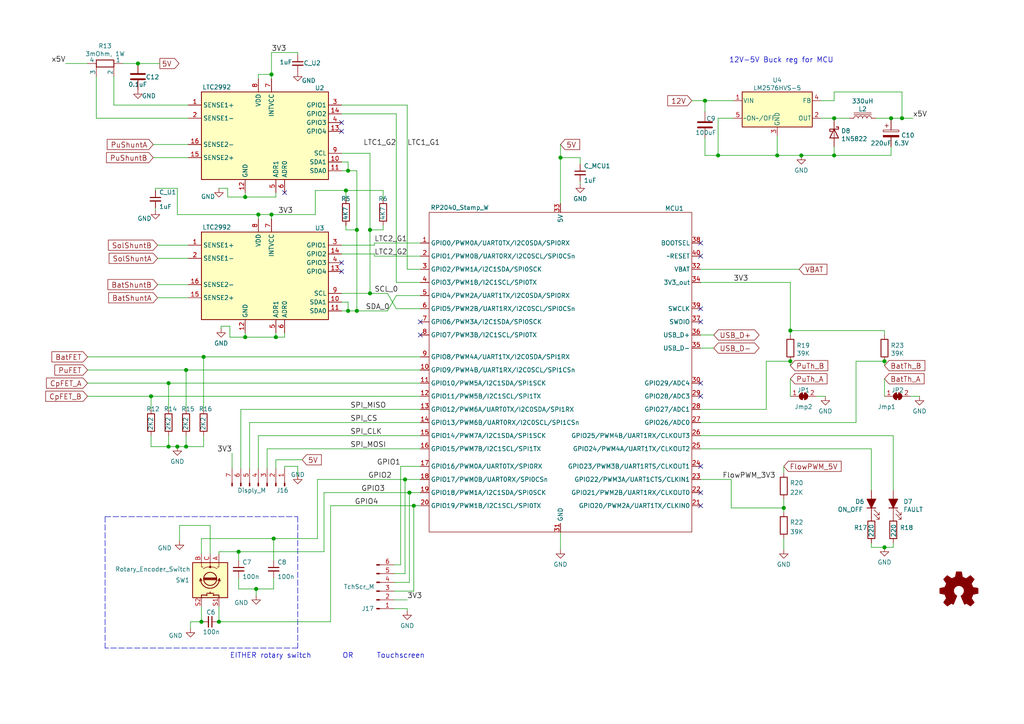
<source format=kicad_sch>
(kicad_sch (version 20210621) (generator eeschema)
  (paper "A4")
  (title_block (title "Solar Pump Controller") (date "2021-07-07") (rev "1.2") (company "IvimeyCom") (comment 1 "Design for Solar Panel driving 12V, 70W water pump with MCU monitoring") (comment 2 "B. Microcontroller, Power monitor & Display"))
  (junction (at 40.005 18.415) (diameter 1.016))
  (junction (at 43.815 114.935) (diameter 1.016))
  (junction (at 48.895 111.125) (diameter 1.016))
  (junction (at 48.895 129.54) (diameter 1.016))
  (junction (at 51.435 129.54) (diameter 1.016))
  (junction (at 53.975 107.315) (diameter 1.016))
  (junction (at 53.975 129.54) (diameter 1.016))
  (junction (at 58.42 180.34) (diameter 1.016))
  (junction (at 59.055 103.505) (diameter 1.016))
  (junction (at 63.5 180.34) (diameter 1.016))
  (junction (at 69.215 160.02) (diameter 1.016))
  (junction (at 71.12 57.15) (diameter 1.016))
  (junction (at 71.12 97.79) (diameter 1.016))
  (junction (at 74.295 170.815) (diameter 1.016))
  (junction (at 74.93 62.23) (diameter 1.016))
  (junction (at 78.74 21.59) (diameter 1.016))
  (junction (at 78.74 62.23) (diameter 1.016))
  (junction (at 79.375 156.21) (diameter 1.016))
  (junction (at 80.01 97.79) (diameter 1.016))
  (junction (at 100.33 55.245) (diameter 1.016))
  (junction (at 100.965 49.53) (diameter 1.016))
  (junction (at 100.965 90.17) (diameter 1.016))
  (junction (at 103.505 66.675) (diameter 1.016))
  (junction (at 103.505 90.17) (diameter 1.016))
  (junction (at 107.315 66.675) (diameter 1.016))
  (junction (at 107.315 85.09) (diameter 1.016))
  (junction (at 117.475 139.065) (diameter 1.016))
  (junction (at 118.745 142.875) (diameter 1.016))
  (junction (at 120.015 146.685) (diameter 1.016))
  (junction (at 162.56 45.72) (diameter 1.016))
  (junction (at 204.47 29.21) (diameter 1.016))
  (junction (at 208.28 45.085) (diameter 1.016))
  (junction (at 225.425 45.085) (diameter 1.016))
  (junction (at 227.33 147.32) (diameter 1.016))
  (junction (at 229.235 95.885) (diameter 1.016))
  (junction (at 229.235 104.775) (diameter 1.016))
  (junction (at 232.41 45.085) (diameter 1.016))
  (junction (at 241.935 34.29) (diameter 1.016))
  (junction (at 241.935 45.085) (diameter 1.016))
  (junction (at 256.54 104.775) (diameter 1.016))
  (junction (at 256.54 158.75) (diameter 1.016))
  (junction (at 258.445 34.29) (diameter 1.016))
  (junction (at 261.62 34.29) (diameter 1.016))
  (no_connect (at 82.55 55.88))
  (no_connect (at 99.06 35.56))
  (no_connect (at 99.06 38.1))
  (no_connect (at 99.06 76.2))
  (no_connect (at 99.06 78.74))
  (no_connect (at 121.92 93.345))
  (no_connect (at 121.92 97.155))
  (no_connect (at 203.2 70.485))
  (no_connect (at 203.2 74.295))
  (no_connect (at 203.2 89.535))
  (no_connect (at 203.2 93.345))
  (no_connect (at 203.2 111.125))
  (no_connect (at 203.2 114.935))
  (no_connect (at 203.2 135.255))
  (no_connect (at 203.2 142.875))
  (no_connect (at 203.2 146.685))
  (wire (pts (xy 19.05 18.415) (xy 25.4 18.415)))
  (wire (pts (xy 25.4 103.505) (xy 59.055 103.505)))
  (wire (pts (xy 25.4 107.315) (xy 53.975 107.315)))
  (wire (pts (xy 25.4 111.125) (xy 48.895 111.125)))
  (wire (pts (xy 25.4 114.935) (xy 43.815 114.935)))
  (wire (pts (xy 27.94 22.225) (xy 27.94 34.29)))
  (wire (pts (xy 27.94 34.29) (xy 54.61 34.29)))
  (wire (pts (xy 33.02 22.225) (xy 33.02 30.48)))
  (wire (pts (xy 33.02 30.48) (xy 54.61 30.48)))
  (wire (pts (xy 35.56 18.415) (xy 40.005 18.415)))
  (wire (pts (xy 40.005 18.415) (xy 46.355 18.415)))
  (wire (pts (xy 43.815 114.935) (xy 121.92 114.935)))
  (wire (pts (xy 43.815 118.745) (xy 43.815 114.935)))
  (wire (pts (xy 43.815 126.365) (xy 43.815 129.54)))
  (wire (pts (xy 43.815 129.54) (xy 48.895 129.54)))
  (wire (pts (xy 44.45 41.91) (xy 54.61 41.91)))
  (wire (pts (xy 44.45 45.72) (xy 54.61 45.72)))
  (wire (pts (xy 45.085 54.61) (xy 51.435 54.61)))
  (wire (pts (xy 45.085 55.245) (xy 45.085 54.61)))
  (wire (pts (xy 45.085 60.325) (xy 45.085 60.96)))
  (wire (pts (xy 45.72 71.12) (xy 54.61 71.12)))
  (wire (pts (xy 45.72 74.93) (xy 54.61 74.93)))
  (wire (pts (xy 45.72 82.55) (xy 54.61 82.55)))
  (wire (pts (xy 45.72 86.36) (xy 54.61 86.36)))
  (wire (pts (xy 48.895 111.125) (xy 48.895 118.745)))
  (wire (pts (xy 48.895 111.125) (xy 121.92 111.125)))
  (wire (pts (xy 48.895 126.365) (xy 48.895 129.54)))
  (wire (pts (xy 48.895 129.54) (xy 51.435 129.54)))
  (wire (pts (xy 51.435 54.61) (xy 51.435 62.23)))
  (wire (pts (xy 51.435 62.23) (xy 74.93 62.23)))
  (wire (pts (xy 51.435 129.54) (xy 53.975 129.54)))
  (wire (pts (xy 52.07 152.4) (xy 52.07 156.845)))
  (wire (pts (xy 52.07 152.4) (xy 60.96 152.4)))
  (wire (pts (xy 53.975 107.315) (xy 53.975 118.745)))
  (wire (pts (xy 53.975 107.315) (xy 121.92 107.315)))
  (wire (pts (xy 53.975 126.365) (xy 53.975 129.54)))
  (wire (pts (xy 53.975 129.54) (xy 59.055 129.54)))
  (wire (pts (xy 55.245 180.34) (xy 55.245 182.245)))
  (wire (pts (xy 58.42 156.21) (xy 58.42 160.655)))
  (wire (pts (xy 58.42 175.895) (xy 58.42 180.34)))
  (wire (pts (xy 58.42 180.34) (xy 55.245 180.34)))
  (wire (pts (xy 59.055 103.505) (xy 59.055 118.745)))
  (wire (pts (xy 59.055 103.505) (xy 121.92 103.505)))
  (wire (pts (xy 59.055 126.365) (xy 59.055 129.54)))
  (wire (pts (xy 60.96 152.4) (xy 60.96 160.655)))
  (wire (pts (xy 63.5 54.61) (xy 66.04 54.61)))
  (wire (pts (xy 63.5 160.02) (xy 69.215 160.02)))
  (wire (pts (xy 63.5 160.655) (xy 63.5 160.02)))
  (wire (pts (xy 63.5 175.895) (xy 63.5 180.34)))
  (wire (pts (xy 63.5 180.34) (xy 95.885 180.34)))
  (wire (pts (xy 64.135 94.615) (xy 64.135 95.25)))
  (wire (pts (xy 64.135 94.615) (xy 66.675 94.615)))
  (wire (pts (xy 66.04 54.61) (xy 66.04 57.15)))
  (wire (pts (xy 66.04 57.15) (xy 71.12 57.15)))
  (wire (pts (xy 66.675 94.615) (xy 66.675 97.79)))
  (wire (pts (xy 66.675 97.79) (xy 71.12 97.79)))
  (wire (pts (xy 67.31 131.445) (xy 67.31 135.89)))
  (wire (pts (xy 69.215 160.02) (xy 69.215 162.56)))
  (wire (pts (xy 69.215 160.02) (xy 93.98 160.02)))
  (wire (pts (xy 69.215 167.64) (xy 69.215 170.815)))
  (wire (pts (xy 69.215 170.815) (xy 74.295 170.815)))
  (wire (pts (xy 69.85 118.745) (xy 121.92 118.745)))
  (wire (pts (xy 69.85 135.89) (xy 69.85 118.745)))
  (wire (pts (xy 71.12 57.15) (xy 71.12 55.88)))
  (wire (pts (xy 71.12 57.15) (xy 80.01 57.15)))
  (wire (pts (xy 71.12 97.79) (xy 71.12 96.52)))
  (wire (pts (xy 71.12 97.79) (xy 80.01 97.79)))
  (wire (pts (xy 72.39 122.555) (xy 121.92 122.555)))
  (wire (pts (xy 72.39 135.89) (xy 72.39 122.555)))
  (wire (pts (xy 74.295 170.815) (xy 74.295 172.72)))
  (wire (pts (xy 74.295 170.815) (xy 79.375 170.815)))
  (wire (pts (xy 74.93 21.59) (xy 74.93 22.86)))
  (wire (pts (xy 74.93 21.59) (xy 78.74 21.59)))
  (wire (pts (xy 74.93 62.23) (xy 74.93 63.5)))
  (wire (pts (xy 74.93 126.365) (xy 74.93 135.89)))
  (wire (pts (xy 74.93 126.365) (xy 121.92 126.365)))
  (wire (pts (xy 77.47 130.175) (xy 77.47 135.89)))
  (wire (pts (xy 77.47 130.175) (xy 121.92 130.175)))
  (wire (pts (xy 78.74 15.24) (xy 78.74 21.59)))
  (wire (pts (xy 78.74 15.24) (xy 86.36 15.24)))
  (wire (pts (xy 78.74 21.59) (xy 78.74 22.86)))
  (wire (pts (xy 78.74 62.23) (xy 74.93 62.23)))
  (wire (pts (xy 78.74 62.23) (xy 91.44 62.23)))
  (wire (pts (xy 78.74 63.5) (xy 78.74 62.23)))
  (wire (pts (xy 79.375 156.21) (xy 58.42 156.21)))
  (wire (pts (xy 79.375 156.21) (xy 79.375 162.56)))
  (wire (pts (xy 79.375 156.21) (xy 92.075 156.21)))
  (wire (pts (xy 79.375 167.64) (xy 79.375 170.815)))
  (wire (pts (xy 80.01 57.15) (xy 80.01 55.88)))
  (wire (pts (xy 80.01 97.79) (xy 80.01 96.52)))
  (wire (pts (xy 80.01 97.79) (xy 82.55 97.79)))
  (wire (pts (xy 80.01 133.35) (xy 87.63 133.35)))
  (wire (pts (xy 80.01 135.89) (xy 80.01 133.35)))
  (wire (pts (xy 82.55 97.79) (xy 82.55 96.52)))
  (wire (pts (xy 82.55 135.255) (xy 82.55 135.89)))
  (wire (pts (xy 86.36 15.24) (xy 86.36 15.875)))
  (wire (pts (xy 86.36 135.255) (xy 82.55 135.255)))
  (wire (pts (xy 86.36 135.255) (xy 86.36 137.795)))
  (wire (pts (xy 91.44 55.245) (xy 91.44 62.23)))
  (wire (pts (xy 92.075 139.065) (xy 92.075 156.21)))
  (wire (pts (xy 93.98 142.875) (xy 118.745 142.875)))
  (wire (pts (xy 93.98 160.02) (xy 93.98 142.875)))
  (wire (pts (xy 95.885 146.685) (xy 120.015 146.685)))
  (wire (pts (xy 95.885 180.34) (xy 95.885 146.685)))
  (wire (pts (xy 99.06 33.02) (xy 114.935 33.02)))
  (wire (pts (xy 99.06 44.45) (xy 107.315 44.45)))
  (wire (pts (xy 99.06 46.99) (xy 100.965 46.99)))
  (wire (pts (xy 99.06 49.53) (xy 100.965 49.53)))
  (wire (pts (xy 99.06 71.12) (xy 108.585 71.12)))
  (wire (pts (xy 99.06 73.66) (xy 108.585 73.66)))
  (wire (pts (xy 99.06 85.09) (xy 107.315 85.09)))
  (wire (pts (xy 99.06 87.63) (xy 100.965 87.63)))
  (wire (pts (xy 99.06 90.17) (xy 100.965 90.17)))
  (wire (pts (xy 100.33 55.245) (xy 91.44 55.245)))
  (wire (pts (xy 100.33 55.245) (xy 100.33 57.785)))
  (wire (pts (xy 100.33 55.245) (xy 111.125 55.245)))
  (wire (pts (xy 100.33 65.405) (xy 100.33 66.675)))
  (wire (pts (xy 100.33 66.675) (xy 103.505 66.675)))
  (wire (pts (xy 100.965 46.99) (xy 100.965 49.53)))
  (wire (pts (xy 100.965 49.53) (xy 103.505 49.53)))
  (wire (pts (xy 100.965 87.63) (xy 100.965 90.17)))
  (wire (pts (xy 100.965 90.17) (xy 103.505 90.17)))
  (wire (pts (xy 103.505 49.53) (xy 103.505 66.675)))
  (wire (pts (xy 103.505 66.675) (xy 103.505 90.17)))
  (wire (pts (xy 103.505 90.17) (xy 112.395 90.17)))
  (wire (pts (xy 107.315 44.45) (xy 107.315 66.675)))
  (wire (pts (xy 107.315 66.675) (xy 107.315 85.09)))
  (wire (pts (xy 108.585 70.485) (xy 121.92 70.485)))
  (wire (pts (xy 108.585 71.12) (xy 108.585 70.485)))
  (wire (pts (xy 108.585 73.66) (xy 108.585 74.295)))
  (wire (pts (xy 108.585 74.295) (xy 121.92 74.295)))
  (wire (pts (xy 111.125 55.245) (xy 111.125 57.785)))
  (wire (pts (xy 111.125 65.405) (xy 111.125 66.675)))
  (wire (pts (xy 111.125 66.675) (xy 107.315 66.675)))
  (wire (pts (xy 112.395 85.09) (xy 107.315 85.09)))
  (wire (pts (xy 112.395 85.09) (xy 114.935 89.535)))
  (wire (pts (xy 112.395 90.17) (xy 114.935 85.725)))
  (wire (pts (xy 114.3 166.37) (xy 117.475 166.37)))
  (wire (pts (xy 114.3 168.91) (xy 118.745 168.91)))
  (wire (pts (xy 114.3 171.45) (xy 120.015 171.45)))
  (wire (pts (xy 114.3 173.99) (xy 118.11 173.99)))
  (wire (pts (xy 114.3 176.53) (xy 118.11 176.53)))
  (wire (pts (xy 114.935 33.02) (xy 114.935 81.915)))
  (wire (pts (xy 114.935 81.915) (xy 121.92 81.915)))
  (wire (pts (xy 114.935 85.725) (xy 121.92 85.725)))
  (wire (pts (xy 114.935 89.535) (xy 121.92 89.535)))
  (wire (pts (xy 116.205 135.255) (xy 116.205 163.83)))
  (wire (pts (xy 116.205 163.83) (xy 114.3 163.83)))
  (wire (pts (xy 117.475 139.065) (xy 92.075 139.065)))
  (wire (pts (xy 117.475 166.37) (xy 117.475 139.065)))
  (wire (pts (xy 118.11 30.48) (xy 99.06 30.48)))
  (wire (pts (xy 118.11 30.48) (xy 118.11 78.105)))
  (wire (pts (xy 118.11 78.105) (xy 121.92 78.105)))
  (wire (pts (xy 118.11 176.53) (xy 118.11 177.165)))
  (wire (pts (xy 118.745 142.875) (xy 121.92 142.875)))
  (wire (pts (xy 118.745 168.91) (xy 118.745 142.875)))
  (wire (pts (xy 120.015 146.685) (xy 121.92 146.685)))
  (wire (pts (xy 120.015 171.45) (xy 120.015 146.685)))
  (wire (pts (xy 121.92 135.255) (xy 116.205 135.255)))
  (wire (pts (xy 121.92 139.065) (xy 117.475 139.065)))
  (wire (pts (xy 162.56 41.91) (xy 162.56 45.72)))
  (wire (pts (xy 162.56 45.72) (xy 162.56 59.055)))
  (wire (pts (xy 162.56 45.72) (xy 168.275 45.72)))
  (wire (pts (xy 162.56 154.305) (xy 162.56 159.385)))
  (wire (pts (xy 168.275 45.72) (xy 168.275 47.625)))
  (wire (pts (xy 168.275 52.705) (xy 168.275 53.34)))
  (wire (pts (xy 203.2 78.105) (xy 231.775 78.105)))
  (wire (pts (xy 203.2 81.915) (xy 229.235 81.915)))
  (wire (pts (xy 203.2 97.155) (xy 207.01 97.155)))
  (wire (pts (xy 203.2 100.965) (xy 207.01 100.965)))
  (wire (pts (xy 203.2 118.745) (xy 222.25 118.745)))
  (wire (pts (xy 203.2 130.175) (xy 252.73 130.175)))
  (wire (pts (xy 203.2 139.065) (xy 212.09 139.065)))
  (wire (pts (xy 204.47 29.21) (xy 200.66 29.21)))
  (wire (pts (xy 204.47 32.385) (xy 204.47 29.21)))
  (wire (pts (xy 204.47 40.005) (xy 204.47 45.085)))
  (wire (pts (xy 204.47 45.085) (xy 208.28 45.085)))
  (wire (pts (xy 208.28 34.29) (xy 208.28 45.085)))
  (wire (pts (xy 208.28 45.085) (xy 225.425 45.085)))
  (wire (pts (xy 212.09 139.065) (xy 212.09 147.32)))
  (wire (pts (xy 212.09 147.32) (xy 227.33 147.32)))
  (wire (pts (xy 212.725 29.21) (xy 204.47 29.21)))
  (wire (pts (xy 212.725 34.29) (xy 208.28 34.29)))
  (wire (pts (xy 222.25 104.775) (xy 229.235 104.775)))
  (wire (pts (xy 222.25 118.745) (xy 222.25 104.775)))
  (wire (pts (xy 225.425 39.37) (xy 225.425 45.085)))
  (wire (pts (xy 225.425 45.085) (xy 232.41 45.085)))
  (wire (pts (xy 227.33 135.255) (xy 227.33 137.16)))
  (wire (pts (xy 227.33 144.78) (xy 227.33 147.32)))
  (wire (pts (xy 227.33 147.32) (xy 227.33 148.59)))
  (wire (pts (xy 227.33 156.21) (xy 227.33 159.385)))
  (wire (pts (xy 229.235 81.915) (xy 229.235 95.885)))
  (wire (pts (xy 229.235 95.885) (xy 229.235 97.155)))
  (wire (pts (xy 229.235 104.775) (xy 229.235 106.045)))
  (wire (pts (xy 229.235 109.855) (xy 229.235 114.935)))
  (wire (pts (xy 232.41 45.085) (xy 241.935 45.085)))
  (wire (pts (xy 236.855 114.935) (xy 239.395 114.935)))
  (wire (pts (xy 238.125 34.29) (xy 241.935 34.29)))
  (wire (pts (xy 241.935 26.67) (xy 241.935 29.21)))
  (wire (pts (xy 241.935 26.67) (xy 261.62 26.67)))
  (wire (pts (xy 241.935 29.21) (xy 238.125 29.21)))
  (wire (pts (xy 241.935 34.29) (xy 241.935 34.925)))
  (wire (pts (xy 241.935 34.29) (xy 246.38 34.29)))
  (wire (pts (xy 241.935 42.545) (xy 241.935 45.085)))
  (wire (pts (xy 241.935 45.085) (xy 258.445 45.085)))
  (wire (pts (xy 248.285 104.775) (xy 248.285 122.555)))
  (wire (pts (xy 248.285 122.555) (xy 203.2 122.555)))
  (wire (pts (xy 252.73 130.175) (xy 252.73 142.24)))
  (wire (pts (xy 252.73 157.48) (xy 252.73 158.75)))
  (wire (pts (xy 252.73 158.75) (xy 256.54 158.75)))
  (wire (pts (xy 254 34.29) (xy 258.445 34.29)))
  (wire (pts (xy 256.54 95.885) (xy 229.235 95.885)))
  (wire (pts (xy 256.54 97.155) (xy 256.54 95.885)))
  (wire (pts (xy 256.54 104.775) (xy 248.285 104.775)))
  (wire (pts (xy 256.54 104.775) (xy 256.54 106.045)))
  (wire (pts (xy 256.54 109.855) (xy 256.54 114.935)))
  (wire (pts (xy 256.54 158.75) (xy 259.08 158.75)))
  (wire (pts (xy 258.445 34.29) (xy 261.62 34.29)))
  (wire (pts (xy 258.445 34.925) (xy 258.445 34.29)))
  (wire (pts (xy 258.445 42.545) (xy 258.445 45.085)))
  (wire (pts (xy 259.08 126.365) (xy 203.2 126.365)))
  (wire (pts (xy 259.08 126.365) (xy 259.08 142.24)))
  (wire (pts (xy 259.08 158.75) (xy 259.08 157.48)))
  (wire (pts (xy 261.62 26.67) (xy 261.62 34.29)))
  (wire (pts (xy 261.62 34.29) (xy 264.795 34.29)))
  (wire (pts (xy 264.16 114.935) (xy 266.7 114.935)))
  (polyline (pts (xy 30.48 149.86) (xy 30.48 187.96)) (stroke (width 0) (type dash)))
  (polyline (pts (xy 30.48 149.86) (xy 86.36 149.86)) (stroke (width 0) (type dash)))
  (polyline (pts (xy 86.36 149.86) (xy 86.36 187.96)) (stroke (width 0) (type dash)))
  (polyline (pts (xy 86.36 187.96) (xy 30.48 187.96)) (stroke (width 0) (type dash)))
  (text "EITHER rotary switch        OR      Touchscreen" (at 66.675 191.135 0) (effects (font (size 1.4986 1.4986)) (justify left bottom)))
  (text "12V-5V Buck reg for MCU" (at 211.455 18.415 0) (effects (font (size 1.4986 1.4986)) (justify left bottom)))
  (label "x5V" (at 19.05 18.415 180) (effects (font (size 1.4986 1.4986))))
  (label "3V3" (at 67.31 131.445 180) (effects (font (size 1.4986 1.4986))))
  (label "3V3" (at 78.74 15.24 0) (effects (font (size 1.4986 1.4986))))
  (label "3V3" (at 80.645 62.23 0) (effects (font (size 1.4986 1.4986))))
  (label "SPI_MISO" (at 101.6 118.745 0) (effects (font (size 1.4986 1.4986))))
  (label "SPI_CS" (at 101.6 122.555 0) (effects (font (size 1.4986 1.4986))))
  (label "SPI_CLK" (at 101.6 126.365 0) (effects (font (size 1.4986 1.4986))))
  (label "SPI_MOSI" (at 101.6 130.175 0) (effects (font (size 1.4986 1.4986))))
  (label "GPIO4" (at 102.87 146.685 0) (effects (font (size 1.4986 1.4986))))
  (label "GPIO3" (at 104.775 142.875 0) (effects (font (size 1.4986 1.4986))))
  (label "SDA_0" (at 106.045 90.17 0) (effects (font (size 1.4986 1.4986))))
  (label "LTC2_G1" (at 108.585 70.485 0) (effects (font (size 1.4986 1.4986))))
  (label "LTC2_G2" (at 108.585 74.295 0) (effects (font (size 1.4986 1.4986))))
  (label "SCL_0" (at 108.585 85.09 0) (effects (font (size 1.4986 1.4986))))
  (label "GPIO2" (at 113.665 139.065 180) (effects (font (size 1.4986 1.4986))))
  (label "LTC1_G2" (at 114.935 42.545 180) (effects (font (size 1.4986 1.4986))))
  (label "GPIO1" (at 116.205 135.255 180) (effects (font (size 1.4986 1.4986))))
  (label "LTC1_G1" (at 118.11 42.545 0) (effects (font (size 1.4986 1.4986))))
  (label "3V3" (at 118.11 173.99 0) (effects (font (size 1.4986 1.4986))))
  (label "FlowPWM_3V3" (at 209.55 139.065 0) (effects (font (size 1.4986 1.4986))))
  (label "3V3" (at 212.725 81.915 0) (effects (font (size 1.4986 1.4986))))
  (label "x5V" (at 264.795 34.29 0) (effects (font (size 1.4986 1.4986))))
  (global_label "BatFET" (shape input) (at 25.4 103.505 180) (effects (font (size 1.4986 1.4986))) (property "Intersheet References" "${INTERSHEET_REFS}" (effects hide)))
  (global_label "PuFET" (shape input) (at 25.4 107.315 180) (effects (font (size 1.4986 1.4986))) (property "Intersheet References" "${INTERSHEET_REFS}" (effects hide)))
  (global_label "CpFET_A" (shape input) (at 25.4 111.125 180) (effects (font (size 1.4986 1.4986))) (property "Intersheet References" "${INTERSHEET_REFS}" (effects hide)))
  (global_label "CpFET_B" (shape input) (at 25.4 114.935 180) (effects (font (size 1.4986 1.4986))) (property "Intersheet References" "${INTERSHEET_REFS}" (effects hide)))
  (global_label "PuShuntA" (shape input) (at 44.45 41.91 180) (effects (font (size 1.4986 1.4986))) (property "Intersheet References" "${INTERSHEET_REFS}" (effects hide)))
  (global_label "PuShuntB" (shape input) (at 44.45 45.72 180) (effects (font (size 1.4986 1.4986))) (property "Intersheet References" "${INTERSHEET_REFS}" (effects hide)))
  (global_label "SolShuntB" (shape input) (at 45.72 71.12 180) (effects (font (size 1.4986 1.4986))) (property "Intersheet References" "${INTERSHEET_REFS}" (effects hide)))
  (global_label "SolShuntA" (shape input) (at 45.72 74.93 180) (effects (font (size 1.4986 1.4986))) (property "Intersheet References" "${INTERSHEET_REFS}" (effects hide)))
  (global_label "BatShuntB" (shape input) (at 45.72 82.55 180) (effects (font (size 1.4986 1.4986))) (property "Intersheet References" "${INTERSHEET_REFS}" (effects hide)))
  (global_label "BatShuntA" (shape input) (at 45.72 86.36 180) (effects (font (size 1.4986 1.4986))) (property "Intersheet References" "${INTERSHEET_REFS}" (effects hide)))
  (global_label "5V" (shape output) (at 46.355 18.415 0) (effects (font (size 1.4986 1.4986))) (property "Intersheet References" "${INTERSHEET_REFS}" (effects hide)))
  (global_label "5V" (shape input) (at 87.63 133.35 0) (effects (font (size 1.4986 1.4986))) (property "Intersheet References" "${INTERSHEET_REFS}" (effects hide)))
  (global_label "5V" (shape input) (at 162.56 41.91 0) (effects (font (size 1.4986 1.4986))) (property "Intersheet References" "${INTERSHEET_REFS}" (effects hide)))
  (global_label "12V" (shape input) (at 200.66 29.21 180) (effects (font (size 1.4986 1.4986))) (property "Intersheet References" "${INTERSHEET_REFS}" (effects hide)))
  (global_label "USB_D+" (shape bidirectional) (at 207.01 97.155 0) (effects (font (size 1.4986 1.4986))) (property "Intersheet References" "${INTERSHEET_REFS}" (effects hide)))
  (global_label "USB_D-" (shape bidirectional) (at 207.01 100.965 0) (effects (font (size 1.4986 1.4986))) (property "Intersheet References" "${INTERSHEET_REFS}" (effects hide)))
  (global_label "FlowPWM_5V" (shape input) (at 227.33 135.255 0) (effects (font (size 1.4986 1.4986))) (property "Intersheet References" "${INTERSHEET_REFS}" (effects hide)))
  (global_label "PuTh_B" (shape input) (at 229.235 106.045 0) (effects (font (size 1.4986 1.4986))) (property "Intersheet References" "${INTERSHEET_REFS}" (effects hide)))
  (global_label "PuTh_A" (shape input) (at 229.235 109.855 0) (effects (font (size 1.4986 1.4986))) (property "Intersheet References" "${INTERSHEET_REFS}" (effects hide)))
  (global_label "VBAT" (shape input) (at 231.775 78.105 0) (effects (font (size 1.4986 1.4986))) (property "Intersheet References" "${INTERSHEET_REFS}" (effects hide)))
  (global_label "BatTh_B" (shape input) (at 256.54 106.045 0) (effects (font (size 1.4986 1.4986))) (property "Intersheet References" "${INTERSHEET_REFS}" (effects hide)))
  (global_label "BatTh_A" (shape input) (at 256.54 109.855 0) (effects (font (size 1.4986 1.4986))) (property "Intersheet References" "${INTERSHEET_REFS}" (effects hide)))
  (symbol (lib_id "power:GND") (at 40.005 26.035 0) (unit 1)
    (property "Reference" "#PWR023" (effects hide))
    (property "Value" "GND" (at 43.18 27.8194 0))
  )
  (symbol (lib_id "power:GND") (at 45.085 60.96 0) (unit 1)
    (property "Reference" "#PWR05" (effects hide))
    (property "Value" "GND" (at 41.91 63.3794 0))
  )
  (symbol (lib_id "power:GND") (at 51.435 129.54 0) (unit 1)
    (property "Reference" "#PWR06" (effects hide))
    (property "Value" "GND" (at 51.435 133.8644 0))
  )
  (symbol (lib_id "power:GND") (at 52.07 156.845 0) (unit 1)
    (property "Reference" "#PWR07" (effects hide))
    (property "Value" "GND" (at 45.7201 158.948 0) (effects (justify left)))
  )
  (symbol (lib_id "power:GND") (at 55.245 182.245 0) (unit 1)
    (property "Reference" "#PWR08" (effects hide))
    (property "Value" "GND" (at 48.8951 184.348 0) (effects (justify left)))
  )
  (symbol (lib_id "power:GND") (at 63.5 54.61 0) (unit 1)
    (property "Reference" "#PWR09" (effects hide))
    (property "Value" "GND" (at 60.325 57.0294 0))
  )
  (symbol (lib_id "power:GND") (at 64.135 95.25 0) (unit 1)
    (property "Reference" "#PWR010" (effects hide))
    (property "Value" "GND" (at 64.135 99.5744 0))
  )
  (symbol (lib_id "power:GND") (at 74.295 172.72 0) (unit 1)
    (property "Reference" "#PWR011" (effects hide))
    (property "Value" "GND" (at 67.9451 174.823 0) (effects (justify left)))
  )
  (symbol (lib_id "power:GND") (at 86.36 20.955 0) (unit 1)
    (property "Reference" "#PWR014" (effects hide))
    (property "Value" "GND" (at 89.535 23.3744 0))
  )
  (symbol (lib_id "power:GND") (at 86.36 137.795 0) (unit 1)
    (property "Reference" "#PWR012" (effects hide))
    (property "Value" "GND" (at 86.36 137.6744 0))
  )
  (symbol (lib_id "power:GND") (at 118.11 177.165 0) (unit 1)
    (property "Reference" "#PWR013" (effects hide))
    (property "Value" "GND" (at 118.11 181.4894 0))
  )
  (symbol (lib_id "power:GND") (at 162.56 159.385 0) (unit 1)
    (property "Reference" "#PWR015" (effects hide))
    (property "Value" "GND" (at 162.56 163.7094 0))
  )
  (symbol (lib_id "power:GND") (at 168.275 53.34 0) (unit 1)
    (property "Reference" "#PWR016" (effects hide))
    (property "Value" "GND" (at 168.275 57.6644 0))
  )
  (symbol (lib_id "power:GND") (at 227.33 159.385 0) (unit 1)
    (property "Reference" "#PWR020" (effects hide))
    (property "Value" "GND" (at 227.33 163.7094 0))
  )
  (symbol (lib_id "power:GND") (at 232.41 45.085 0) (unit 1)
    (property "Reference" "#PWR018" (effects hide))
    (property "Value" "GND" (at 232.41 49.4094 0))
  )
  (symbol (lib_id "power:GND") (at 239.395 114.935 0) (unit 1)
    (property "Reference" "#PWR019" (effects hide))
    (property "Value" "GND" (at 239.395 119.2594 0))
  )
  (symbol (lib_id "power:GND") (at 256.54 158.75 0) (unit 1)
    (property "Reference" "#PWR017" (effects hide))
    (property "Value" "GND" (at 256.54 163.0744 0))
  )
  (symbol (lib_id "power:GND") (at 266.7 114.935 0) (unit 1)
    (property "Reference" "#PWR021" (effects hide))
    (property "Value" "GND" (at 266.7 119.2594 0))
  )
  (symbol (lib_id "Device:L_Core_Iron") (at 250.19 34.29 270) (mirror x) (unit 1)
    (property "Reference" "L2" (at 250.19 31.6272 90))
    (property "Value" "330uH" (at 250.19 29.3285 90))
    (property "Footprint" "Inductor_THT:L_Axial_L5.0mm_D3.6mm_P10.00mm_Horizontal_Murata_BL01RN1A2A2" (effects hide))
  )
  (symbol (lib_id "Jumper:SolderJumper_2_Bridged") (at 233.045 114.935 0) (unit 1)
    (property "Reference" "JP1" (at 233.045 113.1528 0))
    (property "Value" "Jmp2" (at 233.045 117.9915 0))
    (property "Footprint" "Jumper:SolderJumper-2_P1.3mm_Bridged2Bar_Pad1.0x1.5mm" (effects hide))
  )
  (symbol (lib_id "Jumper:SolderJumper_2_Bridged") (at 260.35 114.935 0) (unit 1)
    (property "Reference" "JP2" (at 260.35 113.1528 0))
    (property "Value" "Jmp1" (at 257.175 117.9915 0))
    (property "Footprint" "Jumper:SolderJumper-2_P1.3mm_Bridged2Bar_Pad1.0x1.5mm" (effects hide))
  )
  (symbol (lib_id "Device:R") (at 43.815 122.555 0) (mirror y) (unit 1)
    (property "Reference" "R12" (at 42.4181 118.6191 0) (effects (justify right)))
    (property "Value" "2K2" (at 43.6881 120.9178 90) (effects (justify right)))
    (property "Footprint" "Resistor_THT:R_Axial_DIN0207_L6.3mm_D2.5mm_P7.62mm_Horizontal" (effects hide))
    (property "Description" "Std. 1/4W Carbon film" (effects hide))
    (property "Mfr Name" "Yageo" (effects hide))
    (property "Mfr Part" "CFR-50JR-52-10K" (effects hide))
    (property "Part" "603-CFR-50JR-52-10K" (effects hide))
    (property "Repr-Cost" "0.09" (effects hide))
  )
  (symbol (lib_id "Device:R") (at 48.895 122.555 0) (mirror y) (unit 1)
    (property "Reference" "R14" (at 47.4981 118.6191 0) (effects (justify right)))
    (property "Value" "2K2" (at 48.7681 120.9178 90) (effects (justify right)))
    (property "Footprint" "Resistor_THT:R_Axial_DIN0207_L6.3mm_D2.5mm_P7.62mm_Horizontal" (effects hide))
    (property "Description" "Std. 1/4W Carbon film" (effects hide))
    (property "Mfr Name" "Yageo" (effects hide))
    (property "Mfr Part" "CFR-50JR-52-10K" (effects hide))
    (property "Part" "603-CFR-50JR-52-10K" (effects hide))
    (property "Repr-Cost" "0.09" (effects hide))
  )
  (symbol (lib_id "Device:R") (at 53.975 122.555 0) (mirror y) (unit 1)
    (property "Reference" "R15" (at 52.5781 118.6191 0) (effects (justify right)))
    (property "Value" "2K2" (at 53.8481 120.9178 90) (effects (justify right)))
    (property "Footprint" "Resistor_THT:R_Axial_DIN0207_L6.3mm_D2.5mm_P7.62mm_Horizontal" (effects hide))
    (property "Description" "Std. 1/4W Carbon film" (effects hide))
    (property "Mfr Name" "Yageo" (effects hide))
    (property "Mfr Part" "CFR-50JR-52-10K" (effects hide))
    (property "Part" "603-CFR-50JR-52-10K" (effects hide))
    (property "Repr-Cost" "0.09" (effects hide))
  )
  (symbol (lib_id "Device:R") (at 59.055 122.555 0) (mirror y) (unit 1)
    (property "Reference" "R16" (at 57.6581 118.6191 0) (effects (justify right)))
    (property "Value" "2K2" (at 58.9281 120.9178 90) (effects (justify right)))
    (property "Footprint" "Resistor_THT:R_Axial_DIN0207_L6.3mm_D2.5mm_P7.62mm_Horizontal" (effects hide))
    (property "Description" "Std. 1/4W Carbon film" (effects hide))
    (property "Mfr Name" "Yageo" (effects hide))
    (property "Mfr Part" "CFR-50JR-52-10K" (effects hide))
    (property "Part" "603-CFR-50JR-52-10K" (effects hide))
    (property "Repr-Cost" "0.09" (effects hide))
  )
  (symbol (lib_id "Device:R") (at 100.33 61.595 0) (mirror y) (unit 1)
    (property "Reference" "R5" (at 98.9331 57.6591 0) (effects (justify right)))
    (property "Value" "4K7" (at 100.2031 59.9578 90) (effects (justify right)))
    (property "Footprint" "Resistor_THT:R_Axial_DIN0207_L6.3mm_D2.5mm_P7.62mm_Horizontal" (effects hide))
    (property "Description" "Std. 1/4W Carbon film" (effects hide))
    (property "Mfr Name" "Yageo" (effects hide))
    (property "Mfr Part" "CFR-50JR-52-10K" (effects hide))
    (property "Part" "603-CFR-50JR-52-10K" (effects hide))
    (property "Repr-Cost" "0.09" (effects hide))
  )
  (symbol (lib_id "Device:R") (at 111.125 61.595 0) (mirror y) (unit 1)
    (property "Reference" "R6" (at 109.7281 57.6591 0) (effects (justify right)))
    (property "Value" "4K7" (at 110.9981 59.9578 90) (effects (justify right)))
    (property "Footprint" "Resistor_THT:R_Axial_DIN0207_L6.3mm_D2.5mm_P7.62mm_Horizontal" (effects hide))
    (property "Description" "Std. 1/4W Carbon film" (effects hide))
    (property "Mfr Name" "Yageo" (effects hide))
    (property "Mfr Part" "CFR-50JR-52-10K" (effects hide))
    (property "Part" "603-CFR-50JR-52-10K" (effects hide))
    (property "Repr-Cost" "0.09" (effects hide))
  )
  (symbol (lib_id "Device:R") (at 227.33 140.97 0) (mirror y) (unit 1)
    (property "Reference" "R20" (at 229.1081 140.0615 0) (effects (justify right)))
    (property "Value" "22K" (at 229.1081 142.8366 0) (effects (justify right)))
    (property "Footprint" "Resistor_THT:R_Axial_DIN0207_L6.3mm_D2.5mm_P7.62mm_Horizontal" (effects hide))
    (property "Description" "Std. 1/4W Carbon film" (effects hide))
    (property "Mfr Name" "Yageo" (effects hide))
    (property "Mfr Part" "CFR-50JR-52-39K" (effects hide))
    (property "Part" "603-CFR-50JR-52-39K" (effects hide))
    (property "Repr-Cost" "0.09" (effects hide))
  )
  (symbol (lib_id "Device:R") (at 227.33 152.4 0) (mirror y) (unit 1)
    (property "Reference" "R22" (at 229.1081 151.4915 0) (effects (justify right)))
    (property "Value" "39K" (at 229.1081 154.2666 0) (effects (justify right)))
    (property "Footprint" "Resistor_THT:R_Axial_DIN0207_L6.3mm_D2.5mm_P7.62mm_Horizontal" (effects hide))
    (property "Description" "Std. 1/4W Carbon film" (effects hide))
    (property "Mfr Name" "Yageo" (effects hide))
    (property "Mfr Part" "CFR-50JR-52-39K" (effects hide))
    (property "Part" "603-CFR-50JR-52-39K" (effects hide))
    (property "Repr-Cost" "0.09" (effects hide))
  )
  (symbol (lib_id "Device:R") (at 229.235 100.965 0) (mirror y) (unit 1)
    (property "Reference" "R19" (at 231.0131 100.2041 0) (effects (justify right)))
    (property "Value" "39K" (at 231.0131 102.5028 0) (effects (justify right)))
    (property "Footprint" "Resistor_THT:R_Axial_DIN0207_L6.3mm_D2.5mm_P7.62mm_Horizontal" (effects hide))
    (property "Description" "Std. 1/4W Carbon film" (effects hide))
    (property "Mfr Name" "Yageo" (effects hide))
    (property "Mfr Part" "CFR-50JR-52-39K" (effects hide))
    (property "Part" "603-CFR-50JR-52-39K" (effects hide))
    (property "Repr-Cost" "0.09" (effects hide))
  )
  (symbol (lib_id "Device:R") (at 252.73 153.67 0) (unit 1)
    (property "Reference" "R17" (at 247.65 153.035 0) (effects (justify left)))
    (property "Value" "220" (at 252.7301 155.8428 90) (effects (justify left)))
    (property "Footprint" "Resistor_THT:R_Axial_DIN0207_L6.3mm_D2.5mm_P7.62mm_Horizontal" (effects hide))
    (property "Description" "Std. 1/2W Carbon film" (effects hide))
    (property "Mfr Name" "Yageo" (effects hide))
    (property "Mfr Part" "CFR-50JR-52-220R " (effects hide))
    (property "Part" "603-CFR-50JR-52-220R " (effects hide))
    (property "Repr-Cost" "0.09" (effects hide))
  )
  (symbol (lib_id "Device:R") (at 256.54 100.965 0) (mirror y) (unit 1)
    (property "Reference" "R23" (at 258.3181 100.2041 0) (effects (justify right)))
    (property "Value" "39K" (at 258.3181 102.5028 0) (effects (justify right)))
    (property "Footprint" "Resistor_THT:R_Axial_DIN0207_L6.3mm_D2.5mm_P7.62mm_Horizontal" (effects hide))
    (property "Description" "Std. 1/4W Carbon film" (effects hide))
    (property "Mfr Name" "Yageo" (effects hide))
    (property "Mfr Part" "CFR-50JR-52-39K" (effects hide))
    (property "Part" "603-CFR-50JR-52-39K" (effects hide))
    (property "Repr-Cost" "0.09" (effects hide))
  )
  (symbol (lib_id "Device:R") (at 259.08 153.67 0) (unit 1)
    (property "Reference" "R18" (at 260.985 153.035 0) (effects (justify left)))
    (property "Value" "220" (at 259.2071 155.8428 90) (effects (justify left)))
    (property "Footprint" "Resistor_THT:R_Axial_DIN0207_L6.3mm_D2.5mm_P7.62mm_Horizontal" (effects hide))
    (property "Description" "Std. 1/2W Carbon film" (effects hide))
    (property "Mfr Name" "Yageo" (effects hide))
    (property "Mfr Part" "CFR-50JR-52-220R " (effects hide))
    (property "Part" "603-CFR-50JR-52-220R " (effects hide))
    (property "Repr-Cost" "0.09" (effects hide))
  )
  (symbol (lib_id "Device:C_Small") (at 45.085 57.785 0) (unit 1)
    (property "Reference" "C_U1" (at 46.1392 55.7541 0) (effects (justify left)))
    (property "Value" "1uF" (at 46.1392 59.9578 0) (effects (justify left)))
    (property "Footprint" "Capacitor_THT:C_Disc_D5.0mm_W2.5mm_P5.00mm" (effects hide))
    (property "Datasheet" "https://product.tdk.com/system/files/dam/doc/product/capacitor/ceramic/lead-mlcc/catalog/leadmlcc_halogenfree_fg_en.pdf" (effects hide))
    (property "Mfr Part" "FG28X5R1H105KRT0" (effects hide))
    (property "Part" "810-FG28X5R1H105KRT0" (effects hide))
    (property "Mfr Name" "TDK" (effects hide))
    (property "Repr-Cost" "0.30" (effects hide))
  )
  (symbol (lib_id "Device:C_Small") (at 60.96 180.34 270) (unit 1)
    (property "Reference" "C6" (at 59.8159 177.5842 90) (effects (justify left)))
    (property "Value" "100n" (at 58.7872 183.2992 90) (effects (justify left)))
    (property "Footprint" "Capacitor_THT:C_Disc_D5.0mm_W2.5mm_P5.00mm" (effects hide))
    (property "Datasheet" "https://product.tdk.com/system/files/dam/doc/product/capacitor/ceramic/lead-mlcc/catalog/leadmlcc_halogenfree_fg_en.pdf" (effects hide))
    (property "Mfr Name" "TDK" (effects hide))
    (property "Mfr Part" "FG28X5R1H105KRT0" (effects hide))
    (property "Part" " 810-FG28X5R1H105KRT0 " (effects hide))
  )
  (symbol (lib_id "Device:C_Small") (at 69.215 165.1 0) (unit 1)
    (property "Reference" "C7" (at 70.2692 163.0691 0) (effects (justify left)))
    (property "Value" "100n" (at 70.2692 167.2728 0) (effects (justify left)))
    (property "Footprint" "Capacitor_THT:C_Disc_D5.0mm_W2.5mm_P5.00mm" (effects hide))
    (property "Datasheet" "https://product.tdk.com/system/files/dam/doc/product/capacitor/ceramic/lead-mlcc/catalog/leadmlcc_halogenfree_fg_en.pdf" (effects hide))
    (property "Mfr Name" "TDK" (effects hide))
    (property "Mfr Part" "FG28X5R1H105KRT0" (effects hide))
    (property "Part" " 810-FG28X5R1H105KRT0 " (effects hide))
  )
  (symbol (lib_id "Device:C_Small") (at 79.375 165.1 0) (unit 1)
    (property "Reference" "C8" (at 80.4292 163.0691 0) (effects (justify left)))
    (property "Value" "100n" (at 80.4292 167.2728 0) (effects (justify left)))
    (property "Footprint" "Capacitor_THT:C_Disc_D5.0mm_W2.5mm_P5.00mm" (effects hide))
    (property "Datasheet" "https://product.tdk.com/system/files/dam/doc/product/capacitor/ceramic/lead-mlcc/catalog/leadmlcc_halogenfree_fg_en.pdf" (effects hide))
    (property "Mfr Name" "TDK" (effects hide))
    (property "Mfr Part" "FG28X5R1H105KRT0" (effects hide))
    (property "Part" " 810-FG28X5R1H105KRT0 " (effects hide))
  )
  (symbol (lib_id "Device:C_Small") (at 86.36 18.415 0) (unit 1)
    (property "Reference" "C_U2" (at 88.0492 18.2891 0) (effects (justify left)))
    (property "Value" "1uF" (at 81.0642 18.0478 0) (effects (justify left)))
    (property "Footprint" "Capacitor_THT:C_Disc_D5.0mm_W2.5mm_P5.00mm" (effects hide))
    (property "Datasheet" "https://product.tdk.com/system/files/dam/doc/product/capacitor/ceramic/lead-mlcc/catalog/leadmlcc_halogenfree_fg_en.pdf" (effects hide))
    (property "Mfr Part" "FG28X5R1H105KRT0" (effects hide))
    (property "Part" "810-FG28X5R1H105KRT0" (effects hide))
    (property "Mfr Name" "TDK" (effects hide))
    (property "Repr-Cost" "0.30" (effects hide))
  )
  (symbol (lib_id "Device:C_Small") (at 168.275 50.165 0) (unit 1)
    (property "Reference" "C_MCU1" (at 169.3292 48.1341 0) (effects (justify left)))
    (property "Value" "1uF" (at 169.3292 52.3378 0) (effects (justify left)))
    (property "Footprint" "Capacitor_THT:C_Disc_D5.0mm_W2.5mm_P5.00mm" (effects hide))
    (property "Datasheet" "https://product.tdk.com/system/files/dam/doc/product/capacitor/ceramic/lead-mlcc/catalog/leadmlcc_halogenfree_fg_en.pdf" (effects hide))
    (property "Mfr Name" "TDK" (effects hide))
    (property "Mfr Part" "FG28X5R1H105KRT0" (effects hide))
    (property "Part" "810-FG28X5R1H105KRT0" (effects hide))
    (property "Repr-Cost" "0.30" (effects hide))
  )
  (symbol (lib_id "Diode:1N5822") (at 241.935 38.735 270) (unit 1)
    (property "Reference" "D8" (at 243.9671 37.9741 90) (effects (justify left)))
    (property "Value" "1N5822" (at 243.9671 40.2728 90) (effects (justify left)))
    (property "Footprint" "Diode_THT:D_DO-201AD_P15.24mm_Horizontal" (effects hide))
    (property "Datasheet" "http://www.vishay.com/docs/88526/1n5820.pdf" (effects hide))
    (property "Mfr Name" "ON semi" (effects hide))
    (property "Mfr Part" "1N5822RLG" (effects hide))
    (property "Part" "863-1N5822RLG" (effects hide))
    (property "Repr-Cost" "0.33" (effects hide))
  )
  (symbol (lib_id "Device:LED_ALT") (at 252.73 146.05 90) (unit 1)
    (property "Reference" "D6" (at 248.0311 145.4796 90) (effects (justify right)))
    (property "Value" "ON_OFF" (at 242.9511 147.7783 90) (effects (justify right)))
    (property "Footprint" "LED_THT:LED_D3.0mm" (effects hide))
    (property "Datasheet" "https://www.mouser.co.uk/datasheet/2/445/151031SS04000-1714890.pdf" (effects hide))
    (property "Mfr Name" "Wurth" (effects hide))
    (property "Mfr Part" "151031SS04000" (effects hide))
    (property "Part" "710-151031SS04000" (effects hide))
    (property "Repr-Cost" "0.09" (effects hide))
  )
  (symbol (lib_id "Device:LED_ALT") (at 259.08 146.05 90) (unit 1)
    (property "Reference" "D7" (at 262.0011 145.4796 90) (effects (justify right)))
    (property "Value" "FAULT" (at 262.0011 147.7783 90) (effects (justify right)))
    (property "Footprint" "LED_THT:LED_D3.0mm" (effects hide))
    (property "Datasheet" "https://www.mouser.co.uk/datasheet/2/445/151031SS04000-1714890.pdf" (effects hide))
    (property "Mfr Name" "Wurth" (effects hide))
    (property "Mfr Part" "151031SS04000" (effects hide))
    (property "Part" "710-151031SS04000" (effects hide))
    (property "Repr-Cost" "0.09" (effects hide))
  )
  (symbol (lib_id "Device:C") (at 40.005 22.225 0) (mirror x) (unit 1)
    (property "Reference" "C12" (at 42.2911 22.3509 0) (effects (justify left)))
    (property "Value" "0.1uF" (at 37.2111 24.4972 0) (effects (justify left)))
    (property "Footprint" "Capacitor_THT:C_Disc_D5.0mm_W2.5mm_P5.00mm" (effects hide))
    (property "Mfr Name" "Kemet" (effects hide))
    (property "Mfr Part" "A759KS107M1VAAE31 " (effects hide))
    (property "Part" "80-A759KS107M1VAAE31 " (effects hide))
    (property "Repr-Cost" "0.665" (effects hide))
  )
  (symbol (lib_id "Device:C") (at 204.47 36.195 0) (mirror x) (unit 1)
    (property "Reference" "C9" (at 204.8511 34.4159 0) (effects (justify left)))
    (property "Value" "100uF" (at 201.6761 38.4672 0) (effects (justify left)))
    (property "Footprint" "Capacitor_THT:C_Disc_D5.0mm_W2.5mm_P5.00mm" (effects hide))
    (property "Mfr Name" "Kemet" (effects hide))
    (property "Mfr Part" "A759KS107M1VAAE31 " (effects hide))
    (property "Part" "80-A759KS107M1VAAE31 " (effects hide))
    (property "Repr-Cost" "0.665" (effects hide))
  )
  (symbol (lib_id "Device:CP") (at 258.445 38.735 0) (unit 1)
    (property "Reference" "C10" (at 261.3661 39.2441 0) (effects (justify left)))
    (property "Value" "220uF 6.3V" (at 252.4761 41.5428 0) (effects (justify left)))
    (property "Footprint" "Capacitor_THT:C_Disc_D5.0mm_W2.5mm_P5.00mm" (effects hide))
    (property "Part" "80-A759KS107M1VAAE31 " (effects hide))
    (property "Mfr Name" "Kemet" (effects hide))
    (property "Mfr Part" "A759KS107M1VAAE31 " (effects hide))
    (property "Repr-Cost" "0.665" (effects hide))
  )
  (symbol (lib_id "Device:R_Shunt") (at 30.48 18.415 270) (unit 1)
    (property "Reference" "R13" (at 30.48 13.3308 90))
    (property "Value" "3mOhm, 1W" (at 30.48 15.6295 90))
    (property "Footprint" "solarpump:Yageo Shunt Resistor 10x5.2mm" (effects hide))
    (property "Datasheet" "https://www.vishay.com/doc?30332" (effects hide))
    (property "Description" "3mOhm, 1W" (effects hide))
    (property "Mfr Name" "Vishay" (effects hide))
    (property "Mfr Part" "WSKW06123L000FEA" (effects hide))
    (property "Part" "71-WSKW06123L000FEA" (effects hide))
    (property "Repr-Cost" "0.49" (effects hide))
  )
  (symbol (lib_id "Connector:Conn_01x06_Male") (at 109.22 171.45 0) (mirror x) (unit 1)
    (property "Reference" "J17" (at 106.68 176.53 0))
    (property "Value" "TchScr_M" (at 104.14 170.18 0))
    (property "Footprint" "Connector_PinHeader_1.27mm:PinHeader_1x06_P1.27mm_Vertical" (effects hide))
    (property "Mfr Part" "1877285-6" (effects hide))
    (property "Part" "571-1877285-6" (effects hide))
    (property "Mfr Name" "TE Conn" (effects hide))
    (property "Repr-Cost" "0.41" (effects hide))
  )
  (symbol (lib_id "Connector:Conn_01x07_Male") (at 74.93 140.97 270) (mirror x) (unit 1)
    (property "Reference" "J16" (at 81.915 142.24 90))
    (property "Value" "Disply_M" (at 73.025 142.24 90))
    (property "Footprint" "Connector_PinHeader_1.27mm:PinHeader_1x07_P1.27mm_Vertical" (effects hide))
    (property "Mfr Part" "1877285-7" (effects hide))
    (property "Part" "571-1877285-7" (effects hide))
    (property "Mfr Name" "TE Conn" (effects hide))
    (property "Repr-Cost" "0.51" (effects hide))
  )
  (symbol (lib_id "Graphic:Logo_Open_Hardware_Small") (at 278.13 171.45 0) (unit 1)
    (property "Reference" "#LOGO1" (effects hide))
    (property "Value" "Logo_Open_Hardware_Small" (effects hide))
  )
  (symbol (lib_id "Device:Rotary_Encoder_Switch") (at 60.96 168.275 270) (unit 1)
    (property "Reference" "SW1" (at 52.9632 168.275 90))
    (property "Value" "Rotary_Encoder_Switch" (at 44.3145 165.1 90))
    (property "Footprint" "Rotary_Encoder:RotaryEncoder_Alps_EC11E-Switch_Vertical_H20mm" (effects hide))
    (property "Datasheet" "https://www.mouser.co.uk/datasheet/2/15/alps_alps-s-a0008379064-1-1733314.pdf" (effects hide))
    (property "Mfr Name" "Alps" (effects hide))
    (property "Mfr Part" "EC11E152U402" (effects hide))
    (property "Part" "688-EC11E152U402" (effects hide))
    (property "Repr-Cost" "11.34" (effects hide))
  )
  (symbol (lib_id "Regulator_Switching:LM2576HVS-5") (at 225.425 31.75 0) (unit 1)
    (property "Reference" "U4" (at 225.425 23.2368 0))
    (property "Value" "LM2576HVS-5" (at 225.425 25.5355 0))
    (property "Footprint" "Package_TO_SOT_SMD:TO-263-5_TabPin3" (effects hide))
    (property "Datasheet" "http://www.ti.com/lit/ds/symlink/lm2576.pdf" (effects hide))
    (property "Description" "Switching Regulator 5V, 3A Step-Down Regulator TO-263" (effects hide))
    (property "Repr-Cost" "8.16" (effects hide))
    (property "Mfr Name" "TI" (effects hide))
    (property "Mfr Part" "LM2576HVS-50" (effects hide))
    (property "Part" "926-LM2576HVS-50" (effects hide))
  )
  (symbol (lib_id "solarpump:LTC2992") (at 76.2 38.1 0) (unit 1)
    (property "Reference" "U2" (at 92.71 25.5228 0))
    (property "Value" "LTC2992" (at 62.865 25.2815 0))
    (property "Footprint" "Package_SO:MSOP-16_3x4mm_P0.5mm" (effects hide))
    (property "Datasheet" "https://www.mouser.co.uk/datasheet/2/609/ltc2992-1504204.pdf" (effects hide))
    (property "Mfr Name" "Analog Devices" (effects hide))
    (property "Part" "584-LTC2992IMSPBF" (effects hide))
    (property "Description" "Dual Wide Range Power Monitor" (effects hide))
    (property "Mfr Part" "LTC2992IMSPBF" (effects hide))
    (property "Repr-Cost" "8.10" (effects hide))
  )
  (symbol (lib_name "solarpump:LTC2992_1") (lib_id "solarpump:LTC2992") (at 76.2 78.74 0) (unit 1)
    (property "Reference" "U3" (at 92.71 66.1628 0))
    (property "Value" "LTC2992" (at 62.865 65.9215 0))
    (property "Footprint" "Package_SO:MSOP-16_3x4mm_P0.5mm" (effects hide))
    (property "Datasheet" "https://www.mouser.co.uk/datasheet/2/609/ltc2992-1504204.pdf" (effects hide))
    (property "Mfr Name" "Analog Devices" (effects hide))
    (property "Part" "584-LTC2992IMSPBF" (effects hide))
    (property "Description" "Dual Wide Range Power Monitor" (effects hide))
    (property "Mfr Part" "LTC2992IMSPBF" (effects hide))
    (property "Repr-Cost" "8.10" (effects hide))
  )
  (symbol (lib_id "SP_RP2040_Stamp:RP2040_Stamp_W") (at 162.56 100.965 0) (unit 1)
    (property "Reference" "MCU1" (at 195.58 60.4478 0))
    (property "Value" "RP2040_Stamp_W" (at 133.35 60.2065 0))
    (property "Footprint" "RP2040_Stamp:RP2040_Stamp_SMD" (effects hide))
  )
)
</source>
